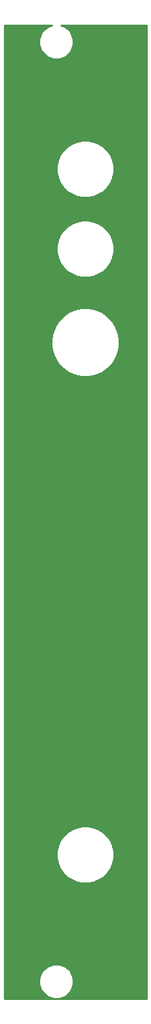
<source format=gbl>
G04 #@! TF.GenerationSoftware,KiCad,Pcbnew,5.1.7-a382d34a8~87~ubuntu18.04.1*
G04 #@! TF.CreationDate,2021-01-14T14:32:31+00:00*
G04 #@! TF.ProjectId,4hp-2180-vca,3468702d-3231-4383-902d-7663612e6b69,rev?*
G04 #@! TF.SameCoordinates,Original*
G04 #@! TF.FileFunction,Copper,L2,Bot*
G04 #@! TF.FilePolarity,Positive*
%FSLAX46Y46*%
G04 Gerber Fmt 4.6, Leading zero omitted, Abs format (unit mm)*
G04 Created by KiCad (PCBNEW 5.1.7-a382d34a8~87~ubuntu18.04.1) date 2021-01-14 14:32:31*
%MOMM*%
%LPD*%
G01*
G04 APERTURE LIST*
G04 #@! TA.AperFunction,NonConductor*
%ADD10C,0.254000*%
G04 #@! TD*
G04 #@! TA.AperFunction,NonConductor*
%ADD11C,0.100000*%
G04 #@! TD*
G04 APERTURE END LIST*
D10*
X75719238Y-35852100D02*
X75310830Y-36021268D01*
X74943273Y-36266861D01*
X74630691Y-36579443D01*
X74385098Y-36947000D01*
X74215930Y-37355408D01*
X74129688Y-37788971D01*
X74129688Y-38231029D01*
X74215930Y-38664592D01*
X74385098Y-39073000D01*
X74630691Y-39440557D01*
X74943273Y-39753139D01*
X75310830Y-39998732D01*
X75719238Y-40167900D01*
X76152801Y-40254142D01*
X76594859Y-40254142D01*
X77028422Y-40167900D01*
X77436830Y-39998732D01*
X77804387Y-39753139D01*
X78116969Y-39440557D01*
X78362562Y-39073000D01*
X78531730Y-38664592D01*
X78617972Y-38231029D01*
X78617972Y-37788971D01*
X78531730Y-37355408D01*
X78362562Y-36947000D01*
X78116969Y-36579443D01*
X77804387Y-36266861D01*
X77436830Y-36021268D01*
X77028422Y-35852100D01*
X76992728Y-35845000D01*
X88118830Y-35845000D01*
X88118831Y-162775000D01*
X69608830Y-162775000D01*
X69608830Y-160288971D01*
X74129688Y-160288971D01*
X74129688Y-160731029D01*
X74215930Y-161164592D01*
X74385098Y-161573000D01*
X74630691Y-161940557D01*
X74943273Y-162253139D01*
X75310830Y-162498732D01*
X75719238Y-162667900D01*
X76152801Y-162754142D01*
X76594859Y-162754142D01*
X77028422Y-162667900D01*
X77436830Y-162498732D01*
X77804387Y-162253139D01*
X78116969Y-161940557D01*
X78362562Y-161573000D01*
X78531730Y-161164592D01*
X78617972Y-160731029D01*
X78617972Y-160288971D01*
X78531730Y-159855408D01*
X78362562Y-159447000D01*
X78116969Y-159079443D01*
X77804387Y-158766861D01*
X77436830Y-158521268D01*
X77028422Y-158352100D01*
X76594859Y-158265858D01*
X76152801Y-158265858D01*
X75719238Y-158352100D01*
X75310830Y-158521268D01*
X74943273Y-158766861D01*
X74630691Y-159079443D01*
X74385098Y-159447000D01*
X74215930Y-159855408D01*
X74129688Y-160288971D01*
X69608830Y-160288971D01*
X69608830Y-143645946D01*
X76411911Y-143645946D01*
X76411911Y-144382054D01*
X76555519Y-145104019D01*
X76837216Y-145784095D01*
X77246176Y-146396147D01*
X77766683Y-146916654D01*
X78378735Y-147325614D01*
X79058811Y-147607311D01*
X79780776Y-147750919D01*
X80516884Y-147750919D01*
X81238849Y-147607311D01*
X81918925Y-147325614D01*
X82530977Y-146916654D01*
X83051484Y-146396147D01*
X83460444Y-145784095D01*
X83742141Y-145104019D01*
X83885749Y-144382054D01*
X83885749Y-143645946D01*
X83742141Y-142923981D01*
X83460444Y-142243905D01*
X83051484Y-141631853D01*
X82530977Y-141111346D01*
X81918925Y-140702386D01*
X81238849Y-140420689D01*
X80516884Y-140277081D01*
X79780776Y-140277081D01*
X79058811Y-140420689D01*
X78378735Y-140702386D01*
X77766683Y-141111346D01*
X77246176Y-141631853D01*
X76837216Y-142243905D01*
X76555519Y-142923981D01*
X76411911Y-143645946D01*
X69608830Y-143645946D01*
X69608830Y-76770433D01*
X75665523Y-76770433D01*
X75665523Y-77653567D01*
X75837814Y-78519732D01*
X76175775Y-79335642D01*
X76666418Y-80069942D01*
X77290888Y-80694412D01*
X78025188Y-81185055D01*
X78841098Y-81523016D01*
X79707263Y-81695307D01*
X80590397Y-81695307D01*
X81456562Y-81523016D01*
X82272472Y-81185055D01*
X83006772Y-80694412D01*
X83631242Y-80069942D01*
X84121885Y-79335642D01*
X84459846Y-78519732D01*
X84632137Y-77653567D01*
X84632137Y-76770433D01*
X84459846Y-75904268D01*
X84121885Y-75088358D01*
X83631242Y-74354058D01*
X83006772Y-73729588D01*
X82272472Y-73238945D01*
X81456562Y-72900984D01*
X80590397Y-72728693D01*
X79707263Y-72728693D01*
X78841098Y-72900984D01*
X78025188Y-73238945D01*
X77290888Y-73729588D01*
X76666418Y-74354058D01*
X76175775Y-75088358D01*
X75837814Y-75904268D01*
X75665523Y-76770433D01*
X69608830Y-76770433D01*
X69608830Y-64651946D01*
X76411911Y-64651946D01*
X76411911Y-65388054D01*
X76555519Y-66110019D01*
X76837216Y-66790095D01*
X77246176Y-67402147D01*
X77766683Y-67922654D01*
X78378735Y-68331614D01*
X79058811Y-68613311D01*
X79780776Y-68756919D01*
X80516884Y-68756919D01*
X81238849Y-68613311D01*
X81918925Y-68331614D01*
X82530977Y-67922654D01*
X83051484Y-67402147D01*
X83460444Y-66790095D01*
X83742141Y-66110019D01*
X83885749Y-65388054D01*
X83885749Y-64651946D01*
X83742141Y-63929981D01*
X83460444Y-63249905D01*
X83051484Y-62637853D01*
X82530977Y-62117346D01*
X81918925Y-61708386D01*
X81238849Y-61426689D01*
X80516884Y-61283081D01*
X79780776Y-61283081D01*
X79058811Y-61426689D01*
X78378735Y-61708386D01*
X77766683Y-62117346D01*
X77246176Y-62637853D01*
X76837216Y-63249905D01*
X76555519Y-63929981D01*
X76411911Y-64651946D01*
X69608830Y-64651946D01*
X69608830Y-54237946D01*
X76411911Y-54237946D01*
X76411911Y-54974054D01*
X76555519Y-55696019D01*
X76837216Y-56376095D01*
X77246176Y-56988147D01*
X77766683Y-57508654D01*
X78378735Y-57917614D01*
X79058811Y-58199311D01*
X79780776Y-58342919D01*
X80516884Y-58342919D01*
X81238849Y-58199311D01*
X81918925Y-57917614D01*
X82530977Y-57508654D01*
X83051484Y-56988147D01*
X83460444Y-56376095D01*
X83742141Y-55696019D01*
X83885749Y-54974054D01*
X83885749Y-54237946D01*
X83742141Y-53515981D01*
X83460444Y-52835905D01*
X83051484Y-52223853D01*
X82530977Y-51703346D01*
X81918925Y-51294386D01*
X81238849Y-51012689D01*
X80516884Y-50869081D01*
X79780776Y-50869081D01*
X79058811Y-51012689D01*
X78378735Y-51294386D01*
X77766683Y-51703346D01*
X77246176Y-52223853D01*
X76837216Y-52835905D01*
X76555519Y-53515981D01*
X76411911Y-54237946D01*
X69608830Y-54237946D01*
X69608830Y-35845000D01*
X75754932Y-35845000D01*
X75719238Y-35852100D01*
G04 #@! TA.AperFunction,NonConductor*
D11*
G36*
X75719238Y-35852100D02*
G01*
X75310830Y-36021268D01*
X74943273Y-36266861D01*
X74630691Y-36579443D01*
X74385098Y-36947000D01*
X74215930Y-37355408D01*
X74129688Y-37788971D01*
X74129688Y-38231029D01*
X74215930Y-38664592D01*
X74385098Y-39073000D01*
X74630691Y-39440557D01*
X74943273Y-39753139D01*
X75310830Y-39998732D01*
X75719238Y-40167900D01*
X76152801Y-40254142D01*
X76594859Y-40254142D01*
X77028422Y-40167900D01*
X77436830Y-39998732D01*
X77804387Y-39753139D01*
X78116969Y-39440557D01*
X78362562Y-39073000D01*
X78531730Y-38664592D01*
X78617972Y-38231029D01*
X78617972Y-37788971D01*
X78531730Y-37355408D01*
X78362562Y-36947000D01*
X78116969Y-36579443D01*
X77804387Y-36266861D01*
X77436830Y-36021268D01*
X77028422Y-35852100D01*
X76992728Y-35845000D01*
X88118830Y-35845000D01*
X88118831Y-162775000D01*
X69608830Y-162775000D01*
X69608830Y-160288971D01*
X74129688Y-160288971D01*
X74129688Y-160731029D01*
X74215930Y-161164592D01*
X74385098Y-161573000D01*
X74630691Y-161940557D01*
X74943273Y-162253139D01*
X75310830Y-162498732D01*
X75719238Y-162667900D01*
X76152801Y-162754142D01*
X76594859Y-162754142D01*
X77028422Y-162667900D01*
X77436830Y-162498732D01*
X77804387Y-162253139D01*
X78116969Y-161940557D01*
X78362562Y-161573000D01*
X78531730Y-161164592D01*
X78617972Y-160731029D01*
X78617972Y-160288971D01*
X78531730Y-159855408D01*
X78362562Y-159447000D01*
X78116969Y-159079443D01*
X77804387Y-158766861D01*
X77436830Y-158521268D01*
X77028422Y-158352100D01*
X76594859Y-158265858D01*
X76152801Y-158265858D01*
X75719238Y-158352100D01*
X75310830Y-158521268D01*
X74943273Y-158766861D01*
X74630691Y-159079443D01*
X74385098Y-159447000D01*
X74215930Y-159855408D01*
X74129688Y-160288971D01*
X69608830Y-160288971D01*
X69608830Y-143645946D01*
X76411911Y-143645946D01*
X76411911Y-144382054D01*
X76555519Y-145104019D01*
X76837216Y-145784095D01*
X77246176Y-146396147D01*
X77766683Y-146916654D01*
X78378735Y-147325614D01*
X79058811Y-147607311D01*
X79780776Y-147750919D01*
X80516884Y-147750919D01*
X81238849Y-147607311D01*
X81918925Y-147325614D01*
X82530977Y-146916654D01*
X83051484Y-146396147D01*
X83460444Y-145784095D01*
X83742141Y-145104019D01*
X83885749Y-144382054D01*
X83885749Y-143645946D01*
X83742141Y-142923981D01*
X83460444Y-142243905D01*
X83051484Y-141631853D01*
X82530977Y-141111346D01*
X81918925Y-140702386D01*
X81238849Y-140420689D01*
X80516884Y-140277081D01*
X79780776Y-140277081D01*
X79058811Y-140420689D01*
X78378735Y-140702386D01*
X77766683Y-141111346D01*
X77246176Y-141631853D01*
X76837216Y-142243905D01*
X76555519Y-142923981D01*
X76411911Y-143645946D01*
X69608830Y-143645946D01*
X69608830Y-76770433D01*
X75665523Y-76770433D01*
X75665523Y-77653567D01*
X75837814Y-78519732D01*
X76175775Y-79335642D01*
X76666418Y-80069942D01*
X77290888Y-80694412D01*
X78025188Y-81185055D01*
X78841098Y-81523016D01*
X79707263Y-81695307D01*
X80590397Y-81695307D01*
X81456562Y-81523016D01*
X82272472Y-81185055D01*
X83006772Y-80694412D01*
X83631242Y-80069942D01*
X84121885Y-79335642D01*
X84459846Y-78519732D01*
X84632137Y-77653567D01*
X84632137Y-76770433D01*
X84459846Y-75904268D01*
X84121885Y-75088358D01*
X83631242Y-74354058D01*
X83006772Y-73729588D01*
X82272472Y-73238945D01*
X81456562Y-72900984D01*
X80590397Y-72728693D01*
X79707263Y-72728693D01*
X78841098Y-72900984D01*
X78025188Y-73238945D01*
X77290888Y-73729588D01*
X76666418Y-74354058D01*
X76175775Y-75088358D01*
X75837814Y-75904268D01*
X75665523Y-76770433D01*
X69608830Y-76770433D01*
X69608830Y-64651946D01*
X76411911Y-64651946D01*
X76411911Y-65388054D01*
X76555519Y-66110019D01*
X76837216Y-66790095D01*
X77246176Y-67402147D01*
X77766683Y-67922654D01*
X78378735Y-68331614D01*
X79058811Y-68613311D01*
X79780776Y-68756919D01*
X80516884Y-68756919D01*
X81238849Y-68613311D01*
X81918925Y-68331614D01*
X82530977Y-67922654D01*
X83051484Y-67402147D01*
X83460444Y-66790095D01*
X83742141Y-66110019D01*
X83885749Y-65388054D01*
X83885749Y-64651946D01*
X83742141Y-63929981D01*
X83460444Y-63249905D01*
X83051484Y-62637853D01*
X82530977Y-62117346D01*
X81918925Y-61708386D01*
X81238849Y-61426689D01*
X80516884Y-61283081D01*
X79780776Y-61283081D01*
X79058811Y-61426689D01*
X78378735Y-61708386D01*
X77766683Y-62117346D01*
X77246176Y-62637853D01*
X76837216Y-63249905D01*
X76555519Y-63929981D01*
X76411911Y-64651946D01*
X69608830Y-64651946D01*
X69608830Y-54237946D01*
X76411911Y-54237946D01*
X76411911Y-54974054D01*
X76555519Y-55696019D01*
X76837216Y-56376095D01*
X77246176Y-56988147D01*
X77766683Y-57508654D01*
X78378735Y-57917614D01*
X79058811Y-58199311D01*
X79780776Y-58342919D01*
X80516884Y-58342919D01*
X81238849Y-58199311D01*
X81918925Y-57917614D01*
X82530977Y-57508654D01*
X83051484Y-56988147D01*
X83460444Y-56376095D01*
X83742141Y-55696019D01*
X83885749Y-54974054D01*
X83885749Y-54237946D01*
X83742141Y-53515981D01*
X83460444Y-52835905D01*
X83051484Y-52223853D01*
X82530977Y-51703346D01*
X81918925Y-51294386D01*
X81238849Y-51012689D01*
X80516884Y-50869081D01*
X79780776Y-50869081D01*
X79058811Y-51012689D01*
X78378735Y-51294386D01*
X77766683Y-51703346D01*
X77246176Y-52223853D01*
X76837216Y-52835905D01*
X76555519Y-53515981D01*
X76411911Y-54237946D01*
X69608830Y-54237946D01*
X69608830Y-35845000D01*
X75754932Y-35845000D01*
X75719238Y-35852100D01*
G37*
G04 #@! TD.AperFunction*
M02*

</source>
